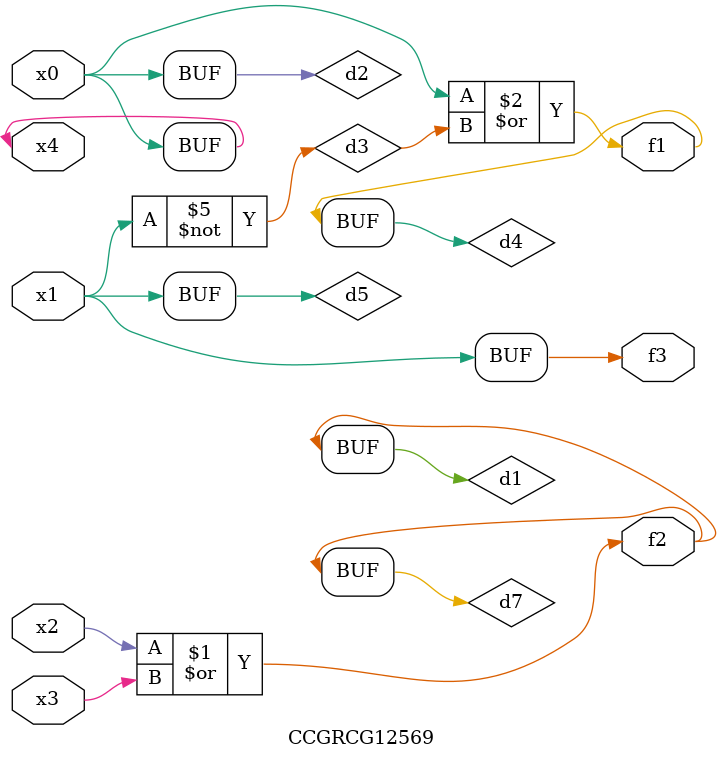
<source format=v>
module CCGRCG12569(
	input x0, x1, x2, x3, x4,
	output f1, f2, f3
);

	wire d1, d2, d3, d4, d5, d6, d7;

	or (d1, x2, x3);
	buf (d2, x0, x4);
	not (d3, x1);
	or (d4, d2, d3);
	not (d5, d3);
	nand (d6, d1, d3);
	or (d7, d1);
	assign f1 = d4;
	assign f2 = d7;
	assign f3 = d5;
endmodule

</source>
